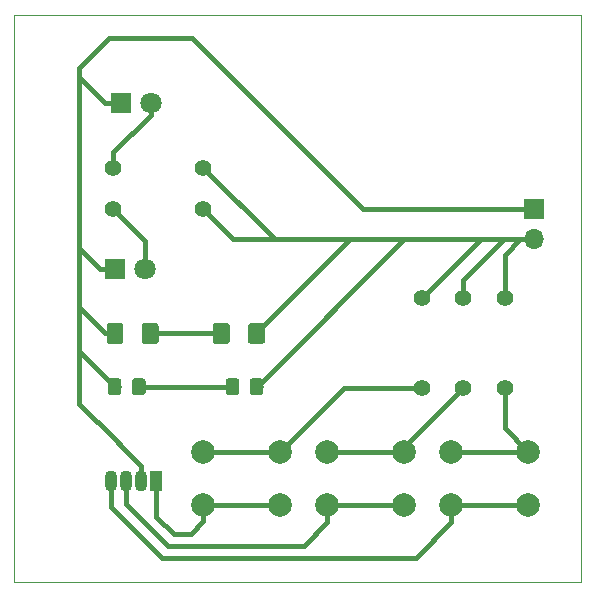
<source format=gbr>
G04 #@! TF.GenerationSoftware,KiCad,Pcbnew,(5.1.0)-1*
G04 #@! TF.CreationDate,2019-10-06T22:43:46-05:00*
G04 #@! TF.ProjectId,HHV_2019_SC,4848565f-3230-4313-995f-53432e6b6963,rev?*
G04 #@! TF.SameCoordinates,Original*
G04 #@! TF.FileFunction,Copper,L1,Top*
G04 #@! TF.FilePolarity,Positive*
%FSLAX46Y46*%
G04 Gerber Fmt 4.6, Leading zero omitted, Abs format (unit mm)*
G04 Created by KiCad (PCBNEW (5.1.0)-1) date 2019-10-06 22:43:46*
%MOMM*%
%LPD*%
G04 APERTURE LIST*
G04 #@! TA.AperFunction,NonConductor*
%ADD10C,0.050000*%
G04 #@! TD*
G04 #@! TA.AperFunction,ComponentPad*
%ADD11C,1.800000*%
G04 #@! TD*
G04 #@! TA.AperFunction,ComponentPad*
%ADD12R,1.800000X1.800000*%
G04 #@! TD*
G04 #@! TA.AperFunction,Conductor*
%ADD13C,0.100000*%
G04 #@! TD*
G04 #@! TA.AperFunction,SMDPad,CuDef*
%ADD14C,1.425000*%
G04 #@! TD*
G04 #@! TA.AperFunction,SMDPad,CuDef*
%ADD15C,1.150000*%
G04 #@! TD*
G04 #@! TA.AperFunction,ComponentPad*
%ADD16O,1.070000X1.800000*%
G04 #@! TD*
G04 #@! TA.AperFunction,ComponentPad*
%ADD17R,1.070000X1.800000*%
G04 #@! TD*
G04 #@! TA.AperFunction,ComponentPad*
%ADD18R,1.700000X1.700000*%
G04 #@! TD*
G04 #@! TA.AperFunction,ComponentPad*
%ADD19O,1.700000X1.700000*%
G04 #@! TD*
G04 #@! TA.AperFunction,ComponentPad*
%ADD20C,1.400000*%
G04 #@! TD*
G04 #@! TA.AperFunction,ComponentPad*
%ADD21C,2.000000*%
G04 #@! TD*
G04 #@! TA.AperFunction,Conductor*
%ADD22C,0.400000*%
G04 #@! TD*
G04 APERTURE END LIST*
D10*
X90000000Y-98000000D02*
X90000000Y-50000000D01*
X138000000Y-98000000D02*
X90000000Y-98000000D01*
X138000000Y-50000000D02*
X138000000Y-98000000D01*
X90000000Y-50000000D02*
X138000000Y-50000000D01*
D11*
G04 #@! TO.P,D1,2*
G04 #@! TO.N,Net-(D1-Pad2)*
X101540000Y-57500000D03*
D12*
G04 #@! TO.P,D1,1*
G04 #@! TO.N,GND*
X99000000Y-57500000D03*
G04 #@! TD*
D11*
G04 #@! TO.P,D2,2*
G04 #@! TO.N,Net-(D2-Pad2)*
X101040000Y-71500000D03*
D12*
G04 #@! TO.P,D2,1*
G04 #@! TO.N,GND*
X98500000Y-71500000D03*
G04 #@! TD*
D13*
G04 #@! TO.N,Net-(D3-Pad2)*
G04 #@! TO.C,D3*
G36*
X101974504Y-76126204D02*
G01*
X101998773Y-76129804D01*
X102022571Y-76135765D01*
X102045671Y-76144030D01*
X102067849Y-76154520D01*
X102088893Y-76167133D01*
X102108598Y-76181747D01*
X102126777Y-76198223D01*
X102143253Y-76216402D01*
X102157867Y-76236107D01*
X102170480Y-76257151D01*
X102180970Y-76279329D01*
X102189235Y-76302429D01*
X102195196Y-76326227D01*
X102198796Y-76350496D01*
X102200000Y-76375000D01*
X102200000Y-77625000D01*
X102198796Y-77649504D01*
X102195196Y-77673773D01*
X102189235Y-77697571D01*
X102180970Y-77720671D01*
X102170480Y-77742849D01*
X102157867Y-77763893D01*
X102143253Y-77783598D01*
X102126777Y-77801777D01*
X102108598Y-77818253D01*
X102088893Y-77832867D01*
X102067849Y-77845480D01*
X102045671Y-77855970D01*
X102022571Y-77864235D01*
X101998773Y-77870196D01*
X101974504Y-77873796D01*
X101950000Y-77875000D01*
X101025000Y-77875000D01*
X101000496Y-77873796D01*
X100976227Y-77870196D01*
X100952429Y-77864235D01*
X100929329Y-77855970D01*
X100907151Y-77845480D01*
X100886107Y-77832867D01*
X100866402Y-77818253D01*
X100848223Y-77801777D01*
X100831747Y-77783598D01*
X100817133Y-77763893D01*
X100804520Y-77742849D01*
X100794030Y-77720671D01*
X100785765Y-77697571D01*
X100779804Y-77673773D01*
X100776204Y-77649504D01*
X100775000Y-77625000D01*
X100775000Y-76375000D01*
X100776204Y-76350496D01*
X100779804Y-76326227D01*
X100785765Y-76302429D01*
X100794030Y-76279329D01*
X100804520Y-76257151D01*
X100817133Y-76236107D01*
X100831747Y-76216402D01*
X100848223Y-76198223D01*
X100866402Y-76181747D01*
X100886107Y-76167133D01*
X100907151Y-76154520D01*
X100929329Y-76144030D01*
X100952429Y-76135765D01*
X100976227Y-76129804D01*
X101000496Y-76126204D01*
X101025000Y-76125000D01*
X101950000Y-76125000D01*
X101974504Y-76126204D01*
X101974504Y-76126204D01*
G37*
D14*
G04 #@! TD*
G04 #@! TO.P,D3,2*
G04 #@! TO.N,Net-(D3-Pad2)*
X101487500Y-77000000D03*
D13*
G04 #@! TO.N,GND*
G04 #@! TO.C,D3*
G36*
X98999504Y-76126204D02*
G01*
X99023773Y-76129804D01*
X99047571Y-76135765D01*
X99070671Y-76144030D01*
X99092849Y-76154520D01*
X99113893Y-76167133D01*
X99133598Y-76181747D01*
X99151777Y-76198223D01*
X99168253Y-76216402D01*
X99182867Y-76236107D01*
X99195480Y-76257151D01*
X99205970Y-76279329D01*
X99214235Y-76302429D01*
X99220196Y-76326227D01*
X99223796Y-76350496D01*
X99225000Y-76375000D01*
X99225000Y-77625000D01*
X99223796Y-77649504D01*
X99220196Y-77673773D01*
X99214235Y-77697571D01*
X99205970Y-77720671D01*
X99195480Y-77742849D01*
X99182867Y-77763893D01*
X99168253Y-77783598D01*
X99151777Y-77801777D01*
X99133598Y-77818253D01*
X99113893Y-77832867D01*
X99092849Y-77845480D01*
X99070671Y-77855970D01*
X99047571Y-77864235D01*
X99023773Y-77870196D01*
X98999504Y-77873796D01*
X98975000Y-77875000D01*
X98050000Y-77875000D01*
X98025496Y-77873796D01*
X98001227Y-77870196D01*
X97977429Y-77864235D01*
X97954329Y-77855970D01*
X97932151Y-77845480D01*
X97911107Y-77832867D01*
X97891402Y-77818253D01*
X97873223Y-77801777D01*
X97856747Y-77783598D01*
X97842133Y-77763893D01*
X97829520Y-77742849D01*
X97819030Y-77720671D01*
X97810765Y-77697571D01*
X97804804Y-77673773D01*
X97801204Y-77649504D01*
X97800000Y-77625000D01*
X97800000Y-76375000D01*
X97801204Y-76350496D01*
X97804804Y-76326227D01*
X97810765Y-76302429D01*
X97819030Y-76279329D01*
X97829520Y-76257151D01*
X97842133Y-76236107D01*
X97856747Y-76216402D01*
X97873223Y-76198223D01*
X97891402Y-76181747D01*
X97911107Y-76167133D01*
X97932151Y-76154520D01*
X97954329Y-76144030D01*
X97977429Y-76135765D01*
X98001227Y-76129804D01*
X98025496Y-76126204D01*
X98050000Y-76125000D01*
X98975000Y-76125000D01*
X98999504Y-76126204D01*
X98999504Y-76126204D01*
G37*
D14*
G04 #@! TD*
G04 #@! TO.P,D3,1*
G04 #@! TO.N,GND*
X98512500Y-77000000D03*
D13*
G04 #@! TO.N,Net-(D4-Pad2)*
G04 #@! TO.C,D4*
G36*
X100874505Y-80801204D02*
G01*
X100898773Y-80804804D01*
X100922572Y-80810765D01*
X100945671Y-80819030D01*
X100967850Y-80829520D01*
X100988893Y-80842132D01*
X101008599Y-80856747D01*
X101026777Y-80873223D01*
X101043253Y-80891401D01*
X101057868Y-80911107D01*
X101070480Y-80932150D01*
X101080970Y-80954329D01*
X101089235Y-80977428D01*
X101095196Y-81001227D01*
X101098796Y-81025495D01*
X101100000Y-81049999D01*
X101100000Y-81950001D01*
X101098796Y-81974505D01*
X101095196Y-81998773D01*
X101089235Y-82022572D01*
X101080970Y-82045671D01*
X101070480Y-82067850D01*
X101057868Y-82088893D01*
X101043253Y-82108599D01*
X101026777Y-82126777D01*
X101008599Y-82143253D01*
X100988893Y-82157868D01*
X100967850Y-82170480D01*
X100945671Y-82180970D01*
X100922572Y-82189235D01*
X100898773Y-82195196D01*
X100874505Y-82198796D01*
X100850001Y-82200000D01*
X100199999Y-82200000D01*
X100175495Y-82198796D01*
X100151227Y-82195196D01*
X100127428Y-82189235D01*
X100104329Y-82180970D01*
X100082150Y-82170480D01*
X100061107Y-82157868D01*
X100041401Y-82143253D01*
X100023223Y-82126777D01*
X100006747Y-82108599D01*
X99992132Y-82088893D01*
X99979520Y-82067850D01*
X99969030Y-82045671D01*
X99960765Y-82022572D01*
X99954804Y-81998773D01*
X99951204Y-81974505D01*
X99950000Y-81950001D01*
X99950000Y-81049999D01*
X99951204Y-81025495D01*
X99954804Y-81001227D01*
X99960765Y-80977428D01*
X99969030Y-80954329D01*
X99979520Y-80932150D01*
X99992132Y-80911107D01*
X100006747Y-80891401D01*
X100023223Y-80873223D01*
X100041401Y-80856747D01*
X100061107Y-80842132D01*
X100082150Y-80829520D01*
X100104329Y-80819030D01*
X100127428Y-80810765D01*
X100151227Y-80804804D01*
X100175495Y-80801204D01*
X100199999Y-80800000D01*
X100850001Y-80800000D01*
X100874505Y-80801204D01*
X100874505Y-80801204D01*
G37*
D15*
G04 #@! TD*
G04 #@! TO.P,D4,2*
G04 #@! TO.N,Net-(D4-Pad2)*
X100525000Y-81500000D03*
D13*
G04 #@! TO.N,GND*
G04 #@! TO.C,D4*
G36*
X98824505Y-80801204D02*
G01*
X98848773Y-80804804D01*
X98872572Y-80810765D01*
X98895671Y-80819030D01*
X98917850Y-80829520D01*
X98938893Y-80842132D01*
X98958599Y-80856747D01*
X98976777Y-80873223D01*
X98993253Y-80891401D01*
X99007868Y-80911107D01*
X99020480Y-80932150D01*
X99030970Y-80954329D01*
X99039235Y-80977428D01*
X99045196Y-81001227D01*
X99048796Y-81025495D01*
X99050000Y-81049999D01*
X99050000Y-81950001D01*
X99048796Y-81974505D01*
X99045196Y-81998773D01*
X99039235Y-82022572D01*
X99030970Y-82045671D01*
X99020480Y-82067850D01*
X99007868Y-82088893D01*
X98993253Y-82108599D01*
X98976777Y-82126777D01*
X98958599Y-82143253D01*
X98938893Y-82157868D01*
X98917850Y-82170480D01*
X98895671Y-82180970D01*
X98872572Y-82189235D01*
X98848773Y-82195196D01*
X98824505Y-82198796D01*
X98800001Y-82200000D01*
X98149999Y-82200000D01*
X98125495Y-82198796D01*
X98101227Y-82195196D01*
X98077428Y-82189235D01*
X98054329Y-82180970D01*
X98032150Y-82170480D01*
X98011107Y-82157868D01*
X97991401Y-82143253D01*
X97973223Y-82126777D01*
X97956747Y-82108599D01*
X97942132Y-82088893D01*
X97929520Y-82067850D01*
X97919030Y-82045671D01*
X97910765Y-82022572D01*
X97904804Y-81998773D01*
X97901204Y-81974505D01*
X97900000Y-81950001D01*
X97900000Y-81049999D01*
X97901204Y-81025495D01*
X97904804Y-81001227D01*
X97910765Y-80977428D01*
X97919030Y-80954329D01*
X97929520Y-80932150D01*
X97942132Y-80911107D01*
X97956747Y-80891401D01*
X97973223Y-80873223D01*
X97991401Y-80856747D01*
X98011107Y-80842132D01*
X98032150Y-80829520D01*
X98054329Y-80819030D01*
X98077428Y-80810765D01*
X98101227Y-80804804D01*
X98125495Y-80801204D01*
X98149999Y-80800000D01*
X98800001Y-80800000D01*
X98824505Y-80801204D01*
X98824505Y-80801204D01*
G37*
D15*
G04 #@! TD*
G04 #@! TO.P,D4,1*
G04 #@! TO.N,GND*
X98475000Y-81500000D03*
D16*
G04 #@! TO.P,D5,4*
G04 #@! TO.N,Net-(D5-Pad4)*
X98190000Y-89500000D03*
G04 #@! TO.P,D5,3*
G04 #@! TO.N,Net-(D5-Pad3)*
X99460000Y-89500000D03*
G04 #@! TO.P,D5,2*
G04 #@! TO.N,GND*
X100730000Y-89500000D03*
D17*
G04 #@! TO.P,D5,1*
G04 #@! TO.N,Net-(D5-Pad1)*
X102000000Y-89500000D03*
G04 #@! TD*
D18*
G04 #@! TO.P,J1,1*
G04 #@! TO.N,GND*
X134000000Y-66500000D03*
D19*
G04 #@! TO.P,J1,2*
G04 #@! TO.N,POS*
X134000000Y-69040000D03*
G04 #@! TD*
D20*
G04 #@! TO.P,R1,1*
G04 #@! TO.N,POS*
X106000000Y-63000000D03*
G04 #@! TO.P,R1,2*
G04 #@! TO.N,Net-(D1-Pad2)*
X98380000Y-63000000D03*
G04 #@! TD*
G04 #@! TO.P,R2,2*
G04 #@! TO.N,Net-(D2-Pad2)*
X98380000Y-66500000D03*
G04 #@! TO.P,R2,1*
G04 #@! TO.N,POS*
X106000000Y-66500000D03*
G04 #@! TD*
D13*
G04 #@! TO.N,Net-(D3-Pad2)*
G04 #@! TO.C,R3*
G36*
X107999504Y-76126204D02*
G01*
X108023773Y-76129804D01*
X108047571Y-76135765D01*
X108070671Y-76144030D01*
X108092849Y-76154520D01*
X108113893Y-76167133D01*
X108133598Y-76181747D01*
X108151777Y-76198223D01*
X108168253Y-76216402D01*
X108182867Y-76236107D01*
X108195480Y-76257151D01*
X108205970Y-76279329D01*
X108214235Y-76302429D01*
X108220196Y-76326227D01*
X108223796Y-76350496D01*
X108225000Y-76375000D01*
X108225000Y-77625000D01*
X108223796Y-77649504D01*
X108220196Y-77673773D01*
X108214235Y-77697571D01*
X108205970Y-77720671D01*
X108195480Y-77742849D01*
X108182867Y-77763893D01*
X108168253Y-77783598D01*
X108151777Y-77801777D01*
X108133598Y-77818253D01*
X108113893Y-77832867D01*
X108092849Y-77845480D01*
X108070671Y-77855970D01*
X108047571Y-77864235D01*
X108023773Y-77870196D01*
X107999504Y-77873796D01*
X107975000Y-77875000D01*
X107050000Y-77875000D01*
X107025496Y-77873796D01*
X107001227Y-77870196D01*
X106977429Y-77864235D01*
X106954329Y-77855970D01*
X106932151Y-77845480D01*
X106911107Y-77832867D01*
X106891402Y-77818253D01*
X106873223Y-77801777D01*
X106856747Y-77783598D01*
X106842133Y-77763893D01*
X106829520Y-77742849D01*
X106819030Y-77720671D01*
X106810765Y-77697571D01*
X106804804Y-77673773D01*
X106801204Y-77649504D01*
X106800000Y-77625000D01*
X106800000Y-76375000D01*
X106801204Y-76350496D01*
X106804804Y-76326227D01*
X106810765Y-76302429D01*
X106819030Y-76279329D01*
X106829520Y-76257151D01*
X106842133Y-76236107D01*
X106856747Y-76216402D01*
X106873223Y-76198223D01*
X106891402Y-76181747D01*
X106911107Y-76167133D01*
X106932151Y-76154520D01*
X106954329Y-76144030D01*
X106977429Y-76135765D01*
X107001227Y-76129804D01*
X107025496Y-76126204D01*
X107050000Y-76125000D01*
X107975000Y-76125000D01*
X107999504Y-76126204D01*
X107999504Y-76126204D01*
G37*
D14*
G04 #@! TD*
G04 #@! TO.P,R3,2*
G04 #@! TO.N,Net-(D3-Pad2)*
X107512500Y-77000000D03*
D13*
G04 #@! TO.N,POS*
G04 #@! TO.C,R3*
G36*
X110974504Y-76126204D02*
G01*
X110998773Y-76129804D01*
X111022571Y-76135765D01*
X111045671Y-76144030D01*
X111067849Y-76154520D01*
X111088893Y-76167133D01*
X111108598Y-76181747D01*
X111126777Y-76198223D01*
X111143253Y-76216402D01*
X111157867Y-76236107D01*
X111170480Y-76257151D01*
X111180970Y-76279329D01*
X111189235Y-76302429D01*
X111195196Y-76326227D01*
X111198796Y-76350496D01*
X111200000Y-76375000D01*
X111200000Y-77625000D01*
X111198796Y-77649504D01*
X111195196Y-77673773D01*
X111189235Y-77697571D01*
X111180970Y-77720671D01*
X111170480Y-77742849D01*
X111157867Y-77763893D01*
X111143253Y-77783598D01*
X111126777Y-77801777D01*
X111108598Y-77818253D01*
X111088893Y-77832867D01*
X111067849Y-77845480D01*
X111045671Y-77855970D01*
X111022571Y-77864235D01*
X110998773Y-77870196D01*
X110974504Y-77873796D01*
X110950000Y-77875000D01*
X110025000Y-77875000D01*
X110000496Y-77873796D01*
X109976227Y-77870196D01*
X109952429Y-77864235D01*
X109929329Y-77855970D01*
X109907151Y-77845480D01*
X109886107Y-77832867D01*
X109866402Y-77818253D01*
X109848223Y-77801777D01*
X109831747Y-77783598D01*
X109817133Y-77763893D01*
X109804520Y-77742849D01*
X109794030Y-77720671D01*
X109785765Y-77697571D01*
X109779804Y-77673773D01*
X109776204Y-77649504D01*
X109775000Y-77625000D01*
X109775000Y-76375000D01*
X109776204Y-76350496D01*
X109779804Y-76326227D01*
X109785765Y-76302429D01*
X109794030Y-76279329D01*
X109804520Y-76257151D01*
X109817133Y-76236107D01*
X109831747Y-76216402D01*
X109848223Y-76198223D01*
X109866402Y-76181747D01*
X109886107Y-76167133D01*
X109907151Y-76154520D01*
X109929329Y-76144030D01*
X109952429Y-76135765D01*
X109976227Y-76129804D01*
X110000496Y-76126204D01*
X110025000Y-76125000D01*
X110950000Y-76125000D01*
X110974504Y-76126204D01*
X110974504Y-76126204D01*
G37*
D14*
G04 #@! TD*
G04 #@! TO.P,R3,1*
G04 #@! TO.N,POS*
X110487500Y-77000000D03*
D13*
G04 #@! TO.N,Net-(D4-Pad2)*
G04 #@! TO.C,R4*
G36*
X108799505Y-80801204D02*
G01*
X108823773Y-80804804D01*
X108847572Y-80810765D01*
X108870671Y-80819030D01*
X108892850Y-80829520D01*
X108913893Y-80842132D01*
X108933599Y-80856747D01*
X108951777Y-80873223D01*
X108968253Y-80891401D01*
X108982868Y-80911107D01*
X108995480Y-80932150D01*
X109005970Y-80954329D01*
X109014235Y-80977428D01*
X109020196Y-81001227D01*
X109023796Y-81025495D01*
X109025000Y-81049999D01*
X109025000Y-81950001D01*
X109023796Y-81974505D01*
X109020196Y-81998773D01*
X109014235Y-82022572D01*
X109005970Y-82045671D01*
X108995480Y-82067850D01*
X108982868Y-82088893D01*
X108968253Y-82108599D01*
X108951777Y-82126777D01*
X108933599Y-82143253D01*
X108913893Y-82157868D01*
X108892850Y-82170480D01*
X108870671Y-82180970D01*
X108847572Y-82189235D01*
X108823773Y-82195196D01*
X108799505Y-82198796D01*
X108775001Y-82200000D01*
X108124999Y-82200000D01*
X108100495Y-82198796D01*
X108076227Y-82195196D01*
X108052428Y-82189235D01*
X108029329Y-82180970D01*
X108007150Y-82170480D01*
X107986107Y-82157868D01*
X107966401Y-82143253D01*
X107948223Y-82126777D01*
X107931747Y-82108599D01*
X107917132Y-82088893D01*
X107904520Y-82067850D01*
X107894030Y-82045671D01*
X107885765Y-82022572D01*
X107879804Y-81998773D01*
X107876204Y-81974505D01*
X107875000Y-81950001D01*
X107875000Y-81049999D01*
X107876204Y-81025495D01*
X107879804Y-81001227D01*
X107885765Y-80977428D01*
X107894030Y-80954329D01*
X107904520Y-80932150D01*
X107917132Y-80911107D01*
X107931747Y-80891401D01*
X107948223Y-80873223D01*
X107966401Y-80856747D01*
X107986107Y-80842132D01*
X108007150Y-80829520D01*
X108029329Y-80819030D01*
X108052428Y-80810765D01*
X108076227Y-80804804D01*
X108100495Y-80801204D01*
X108124999Y-80800000D01*
X108775001Y-80800000D01*
X108799505Y-80801204D01*
X108799505Y-80801204D01*
G37*
D15*
G04 #@! TD*
G04 #@! TO.P,R4,2*
G04 #@! TO.N,Net-(D4-Pad2)*
X108450000Y-81500000D03*
D13*
G04 #@! TO.N,POS*
G04 #@! TO.C,R4*
G36*
X110849505Y-80801204D02*
G01*
X110873773Y-80804804D01*
X110897572Y-80810765D01*
X110920671Y-80819030D01*
X110942850Y-80829520D01*
X110963893Y-80842132D01*
X110983599Y-80856747D01*
X111001777Y-80873223D01*
X111018253Y-80891401D01*
X111032868Y-80911107D01*
X111045480Y-80932150D01*
X111055970Y-80954329D01*
X111064235Y-80977428D01*
X111070196Y-81001227D01*
X111073796Y-81025495D01*
X111075000Y-81049999D01*
X111075000Y-81950001D01*
X111073796Y-81974505D01*
X111070196Y-81998773D01*
X111064235Y-82022572D01*
X111055970Y-82045671D01*
X111045480Y-82067850D01*
X111032868Y-82088893D01*
X111018253Y-82108599D01*
X111001777Y-82126777D01*
X110983599Y-82143253D01*
X110963893Y-82157868D01*
X110942850Y-82170480D01*
X110920671Y-82180970D01*
X110897572Y-82189235D01*
X110873773Y-82195196D01*
X110849505Y-82198796D01*
X110825001Y-82200000D01*
X110174999Y-82200000D01*
X110150495Y-82198796D01*
X110126227Y-82195196D01*
X110102428Y-82189235D01*
X110079329Y-82180970D01*
X110057150Y-82170480D01*
X110036107Y-82157868D01*
X110016401Y-82143253D01*
X109998223Y-82126777D01*
X109981747Y-82108599D01*
X109967132Y-82088893D01*
X109954520Y-82067850D01*
X109944030Y-82045671D01*
X109935765Y-82022572D01*
X109929804Y-81998773D01*
X109926204Y-81974505D01*
X109925000Y-81950001D01*
X109925000Y-81049999D01*
X109926204Y-81025495D01*
X109929804Y-81001227D01*
X109935765Y-80977428D01*
X109944030Y-80954329D01*
X109954520Y-80932150D01*
X109967132Y-80911107D01*
X109981747Y-80891401D01*
X109998223Y-80873223D01*
X110016401Y-80856747D01*
X110036107Y-80842132D01*
X110057150Y-80829520D01*
X110079329Y-80819030D01*
X110102428Y-80810765D01*
X110126227Y-80804804D01*
X110150495Y-80801204D01*
X110174999Y-80800000D01*
X110825001Y-80800000D01*
X110849505Y-80801204D01*
X110849505Y-80801204D01*
G37*
D15*
G04 #@! TD*
G04 #@! TO.P,R4,1*
G04 #@! TO.N,POS*
X110500000Y-81500000D03*
D20*
G04 #@! TO.P,R5,1*
G04 #@! TO.N,POS*
X124500000Y-74000000D03*
G04 #@! TO.P,R5,2*
G04 #@! TO.N,Net-(R5-Pad2)*
X124500000Y-81620000D03*
G04 #@! TD*
G04 #@! TO.P,R7,2*
G04 #@! TO.N,Net-(R7-Pad2)*
X131500000Y-81620000D03*
G04 #@! TO.P,R7,1*
G04 #@! TO.N,POS*
X131500000Y-74000000D03*
G04 #@! TD*
G04 #@! TO.P,R6,1*
G04 #@! TO.N,POS*
X128000000Y-74000000D03*
G04 #@! TO.P,R6,2*
G04 #@! TO.N,Net-(R6-Pad2)*
X128000000Y-81620000D03*
G04 #@! TD*
D21*
G04 #@! TO.P,S1,1*
G04 #@! TO.N,Net-(D5-Pad1)*
X106000000Y-91500000D03*
G04 #@! TO.P,S1,2*
G04 #@! TO.N,Net-(R5-Pad2)*
X106000000Y-87000000D03*
G04 #@! TO.P,S1,1*
G04 #@! TO.N,Net-(D5-Pad1)*
X112500000Y-91500000D03*
G04 #@! TO.P,S1,2*
G04 #@! TO.N,Net-(R5-Pad2)*
X112500000Y-87000000D03*
G04 #@! TD*
G04 #@! TO.P,S3,2*
G04 #@! TO.N,Net-(R7-Pad2)*
X133500000Y-87000000D03*
G04 #@! TO.P,S3,1*
G04 #@! TO.N,Net-(D5-Pad4)*
X133500000Y-91500000D03*
G04 #@! TO.P,S3,2*
G04 #@! TO.N,Net-(R7-Pad2)*
X127000000Y-87000000D03*
G04 #@! TO.P,S3,1*
G04 #@! TO.N,Net-(D5-Pad4)*
X127000000Y-91500000D03*
G04 #@! TD*
G04 #@! TO.P,S2,1*
G04 #@! TO.N,Net-(D5-Pad3)*
X116500000Y-91500000D03*
G04 #@! TO.P,S2,2*
G04 #@! TO.N,Net-(R6-Pad2)*
X116500000Y-87000000D03*
G04 #@! TO.P,S2,1*
G04 #@! TO.N,Net-(D5-Pad3)*
X123000000Y-91500000D03*
G04 #@! TO.P,S2,2*
G04 #@! TO.N,Net-(R6-Pad2)*
X123000000Y-87000000D03*
G04 #@! TD*
D22*
G04 #@! TO.N,GND*
X100730000Y-88200000D02*
X97030000Y-84500000D01*
X100730000Y-89500000D02*
X100730000Y-88200000D01*
X97030000Y-84500000D02*
X97000000Y-84500000D01*
X97000000Y-84500000D02*
X95500000Y-83000000D01*
X95500000Y-54500000D02*
X98000000Y-52000000D01*
X98000000Y-52000000D02*
X105000000Y-52000000D01*
X119500000Y-66500000D02*
X134000000Y-66500000D01*
X105000000Y-52000000D02*
X119500000Y-66500000D01*
X97851628Y-80851628D02*
X95500000Y-78500000D01*
X97851628Y-80876628D02*
X97851628Y-80851628D01*
X98475000Y-81500000D02*
X97851628Y-80876628D01*
X95500000Y-83000000D02*
X95500000Y-78500000D01*
X95500000Y-74800000D02*
X95500000Y-74500000D01*
X97700000Y-77000000D02*
X95500000Y-74800000D01*
X98512500Y-77000000D02*
X97700000Y-77000000D01*
X95500000Y-78500000D02*
X95500000Y-74500000D01*
X95500000Y-69800000D02*
X95500000Y-68500000D01*
X97200000Y-71500000D02*
X95500000Y-69800000D01*
X98500000Y-71500000D02*
X97200000Y-71500000D01*
X95500000Y-74500000D02*
X95500000Y-68500000D01*
X95500000Y-55300000D02*
X95500000Y-55000000D01*
X97700000Y-57500000D02*
X95500000Y-55300000D01*
X99000000Y-57500000D02*
X97700000Y-57500000D01*
X95500000Y-68500000D02*
X95500000Y-55000000D01*
X95500000Y-55000000D02*
X95500000Y-54500000D01*
G04 #@! TO.N,Net-(D2-Pad2)*
X101040000Y-69160000D02*
X101040000Y-71500000D01*
X98380000Y-66500000D02*
X101040000Y-69160000D01*
G04 #@! TO.N,Net-(D3-Pad2)*
X107512500Y-77000000D02*
X101487500Y-77000000D01*
G04 #@! TO.N,Net-(D4-Pad2)*
X108450000Y-81500000D02*
X100525000Y-81500000D01*
G04 #@! TO.N,POS*
X129460000Y-69040000D02*
X124500000Y-74000000D01*
X134000000Y-69040000D02*
X129460000Y-69040000D01*
X134000000Y-69040000D02*
X131460000Y-69040000D01*
X128000000Y-72500000D02*
X128000000Y-74000000D01*
X131460000Y-69040000D02*
X128000000Y-72500000D01*
X131500000Y-73010051D02*
X131500000Y-74000000D01*
X131500000Y-70337919D02*
X131500000Y-73010051D01*
X132797919Y-69040000D02*
X131500000Y-70337919D01*
X134000000Y-69040000D02*
X132797919Y-69040000D01*
X122960000Y-69040000D02*
X110500000Y-81500000D01*
X129460000Y-69040000D02*
X122960000Y-69040000D01*
X118447500Y-69040000D02*
X110487500Y-77000000D01*
X122960000Y-69040000D02*
X118447500Y-69040000D01*
X108540000Y-69040000D02*
X106000000Y-66500000D01*
X112040000Y-69040000D02*
X106000000Y-63000000D01*
X112040000Y-69040000D02*
X108540000Y-69040000D01*
X118447500Y-69040000D02*
X112040000Y-69040000D01*
G04 #@! TO.N,Net-(R5-Pad2)*
X117880000Y-81620000D02*
X112500000Y-87000000D01*
X124500000Y-81620000D02*
X117880000Y-81620000D01*
X112500000Y-87000000D02*
X106000000Y-87000000D01*
G04 #@! TO.N,Net-(D1-Pad2)*
X101540000Y-58460000D02*
X101540000Y-57500000D01*
X98380000Y-63000000D02*
X98380000Y-61620000D01*
X98380000Y-61620000D02*
X101540000Y-58460000D01*
G04 #@! TO.N,Net-(D5-Pad4)*
X132085787Y-91500000D02*
X127000000Y-91500000D01*
X133500000Y-91500000D02*
X132085787Y-91500000D01*
X98190000Y-91690000D02*
X98190000Y-89500000D01*
X102500000Y-96000000D02*
X98190000Y-91690000D01*
X124000000Y-96000000D02*
X102500000Y-96000000D01*
X127000000Y-91500000D02*
X127000000Y-93000000D01*
X127000000Y-93000000D02*
X124000000Y-96000000D01*
G04 #@! TO.N,Net-(D5-Pad3)*
X123000000Y-91500000D02*
X116500000Y-91500000D01*
X99460000Y-91460000D02*
X99460000Y-89500000D01*
X103000000Y-95000000D02*
X99460000Y-91460000D01*
X114500000Y-95000000D02*
X103000000Y-95000000D01*
X116500000Y-91500000D02*
X116500000Y-93000000D01*
X116500000Y-93000000D02*
X114500000Y-95000000D01*
G04 #@! TO.N,Net-(D5-Pad1)*
X112500000Y-91500000D02*
X106000000Y-91500000D01*
X106000000Y-92914213D02*
X104914213Y-94000000D01*
X106000000Y-91500000D02*
X106000000Y-92914213D01*
X104914213Y-94000000D02*
X103500000Y-94000000D01*
X102000000Y-92500000D02*
X102000000Y-89500000D01*
X103500000Y-94000000D02*
X102000000Y-92500000D01*
G04 #@! TO.N,Net-(R6-Pad2)*
X123000000Y-86620000D02*
X123000000Y-87000000D01*
X128000000Y-81620000D02*
X123000000Y-86620000D01*
X123000000Y-87000000D02*
X116500000Y-87000000D01*
G04 #@! TO.N,Net-(R7-Pad2)*
X127000000Y-87000000D02*
X133500000Y-87000000D01*
X131500000Y-85000000D02*
X133500000Y-87000000D01*
X131500000Y-81620000D02*
X131500000Y-85000000D01*
G04 #@! TD*
M02*

</source>
